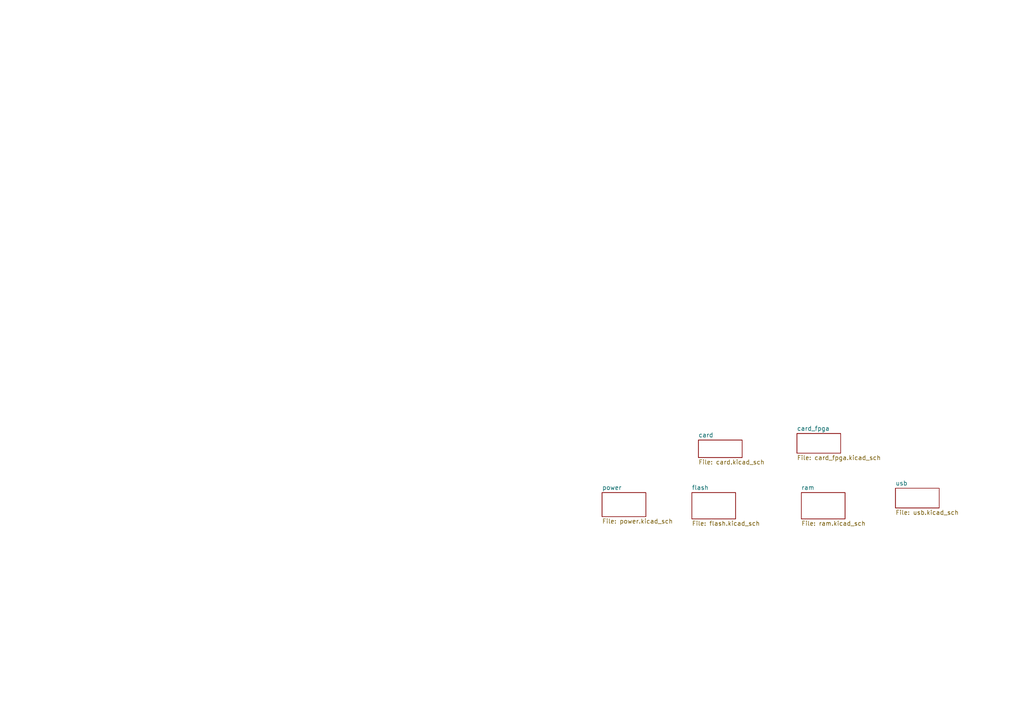
<source format=kicad_sch>
(kicad_sch
	(version 20250114)
	(generator "eeschema")
	(generator_version "9.0")
	(uuid "d1b325fc-ebad-476a-a3a3-dff47a9f73d8")
	(paper "A4")
	(title_block
		(title "Byte Hamr - Apple II FPGA Peripheral Card")
		(date "2025-11-30")
		(rev "1.0.0")
	)
	(lib_symbols)
	(sheet
		(at 202.565 127.635)
		(size 12.7 5.08)
		(exclude_from_sim no)
		(in_bom yes)
		(on_board yes)
		(dnp no)
		(fields_autoplaced yes)
		(stroke
			(width 0.1524)
			(type solid)
		)
		(fill
			(color 0 0 0 0.0000)
		)
		(uuid "0046948d-a13f-4806-afcb-93e44e5f5f39")
		(property "Sheetname" "card"
			(at 202.565 126.9234 0)
			(effects
				(font
					(size 1.27 1.27)
				)
				(justify left bottom)
			)
		)
		(property "Sheetfile" "card.kicad_sch"
			(at 202.565 133.2996 0)
			(effects
				(font
					(size 1.27 1.27)
				)
				(justify left top)
			)
		)
		(instances
			(project "project_byte_hamr"
				(path "/d1b325fc-ebad-476a-a3a3-dff47a9f73d8"
					(page "6")
				)
			)
		)
	)
	(sheet
		(at 174.625 142.875)
		(size 12.7 6.985)
		(exclude_from_sim no)
		(in_bom yes)
		(on_board yes)
		(dnp no)
		(fields_autoplaced yes)
		(stroke
			(width 0.1524)
			(type solid)
		)
		(fill
			(color 0 0 0 0.0000)
		)
		(uuid "83a52f73-8fcd-4378-9d92-72587b4762e9")
		(property "Sheetname" "power"
			(at 174.625 142.1634 0)
			(effects
				(font
					(size 1.27 1.27)
				)
				(justify left bottom)
			)
		)
		(property "Sheetfile" "power.kicad_sch"
			(at 174.625 150.4446 0)
			(effects
				(font
					(size 1.27 1.27)
				)
				(justify left top)
			)
		)
		(instances
			(project "project_byte_hamr"
				(path "/d1b325fc-ebad-476a-a3a3-dff47a9f73d8"
					(page "2")
				)
			)
		)
	)
	(sheet
		(at 232.41 142.875)
		(size 12.7 7.62)
		(exclude_from_sim no)
		(in_bom yes)
		(on_board yes)
		(dnp no)
		(fields_autoplaced yes)
		(stroke
			(width 0.1524)
			(type solid)
		)
		(fill
			(color 0 0 0 0.0000)
		)
		(uuid "89936dea-7763-426a-9b9a-8f6c4ef8c06d")
		(property "Sheetname" "ram"
			(at 232.41 142.1634 0)
			(effects
				(font
					(size 1.27 1.27)
				)
				(justify left bottom)
			)
		)
		(property "Sheetfile" "ram.kicad_sch"
			(at 232.41 151.0796 0)
			(effects
				(font
					(size 1.27 1.27)
				)
				(justify left top)
			)
		)
		(instances
			(project "project_byte_hamr"
				(path "/d1b325fc-ebad-476a-a3a3-dff47a9f73d8"
					(page "4")
				)
			)
		)
	)
	(sheet
		(at 231.14 125.73)
		(size 12.7 5.715)
		(exclude_from_sim no)
		(in_bom yes)
		(on_board yes)
		(dnp no)
		(fields_autoplaced yes)
		(stroke
			(width 0.1524)
			(type solid)
		)
		(fill
			(color 0 0 0 0.0000)
		)
		(uuid "918e9909-3a8a-4471-9da8-88449b287653")
		(property "Sheetname" "card_fpga"
			(at 231.14 125.0184 0)
			(effects
				(font
					(size 1.27 1.27)
				)
				(justify left bottom)
			)
		)
		(property "Sheetfile" "card_fpga.kicad_sch"
			(at 231.14 132.0296 0)
			(effects
				(font
					(size 1.27 1.27)
				)
				(justify left top)
			)
		)
		(instances
			(project "project_byte_hamr"
				(path "/d1b325fc-ebad-476a-a3a3-dff47a9f73d8"
					(page "7")
				)
			)
		)
	)
	(sheet
		(at 200.66 142.875)
		(size 12.7 7.62)
		(exclude_from_sim no)
		(in_bom yes)
		(on_board yes)
		(dnp no)
		(fields_autoplaced yes)
		(stroke
			(width 0.1524)
			(type solid)
		)
		(fill
			(color 0 0 0 0.0000)
		)
		(uuid "ccf97c39-1e18-440a-8249-fc50fb09aced")
		(property "Sheetname" "flash"
			(at 200.66 142.1634 0)
			(effects
				(font
					(size 1.27 1.27)
				)
				(justify left bottom)
			)
		)
		(property "Sheetfile" "flash.kicad_sch"
			(at 200.66 151.0796 0)
			(effects
				(font
					(size 1.27 1.27)
				)
				(justify left top)
			)
		)
		(instances
			(project "project_byte_hamr"
				(path "/d1b325fc-ebad-476a-a3a3-dff47a9f73d8"
					(page "3")
				)
			)
		)
	)
	(sheet
		(at 259.715 141.605)
		(size 12.7 5.715)
		(exclude_from_sim no)
		(in_bom yes)
		(on_board yes)
		(dnp no)
		(fields_autoplaced yes)
		(stroke
			(width 0.1524)
			(type solid)
		)
		(fill
			(color 0 0 0 0.0000)
		)
		(uuid "f5fc8b61-abb6-4157-b906-4734563f1ca7")
		(property "Sheetname" "usb"
			(at 259.715 140.8934 0)
			(effects
				(font
					(size 1.27 1.27)
				)
				(justify left bottom)
			)
		)
		(property "Sheetfile" "usb.kicad_sch"
			(at 259.715 147.9046 0)
			(effects
				(font
					(size 1.27 1.27)
				)
				(justify left top)
			)
		)
		(instances
			(project "project_byte_hamr"
				(path "/d1b325fc-ebad-476a-a3a3-dff47a9f73d8"
					(page "5")
				)
			)
		)
	)
	(sheet_instances
		(path "/"
			(page "1")
		)
	)
	(embedded_fonts no)
)

</source>
